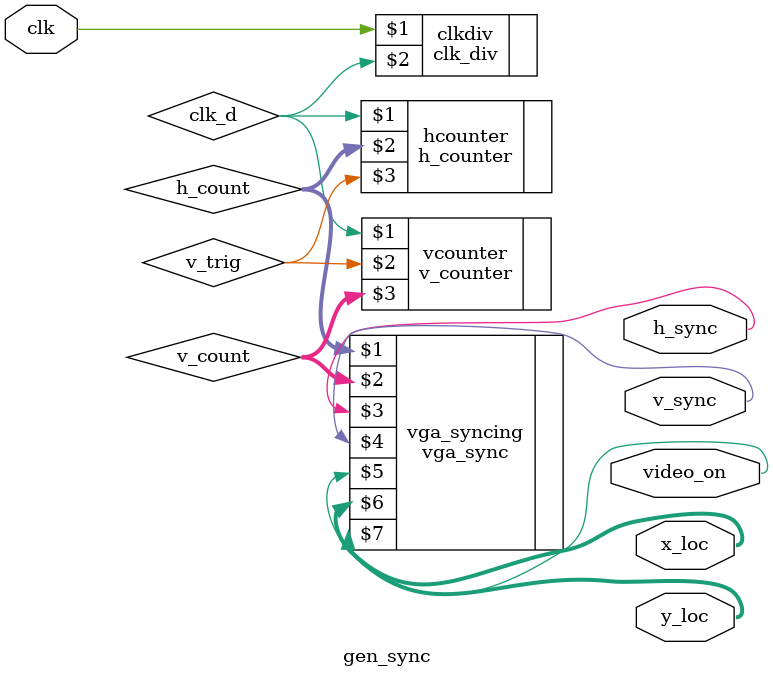
<source format=v>
`timescale 1ns / 1ps
module gen_sync(input clk, output h_sync, output v_sync, output video_on, output [9:0]x_loc, output [9:0]y_loc);
		wire [9:0]h_count;
		wire v_trig;
		wire [9:0]v_count;
		wire clk_d;
    clk_div clkdiv(clk,clk_d);//create compatible clock, after taking clock input from basys3 board
   //iterate over the screen
    h_counter hcounter(clk_d,h_count,v_trig);
    v_counter vcounter(clk_d,v_trig,v_count);        
    vga_sync vga_syncing(h_count, v_count, h_sync, v_sync, video_on, x_loc, y_loc); //look at when to display screen
endmodule




</source>
